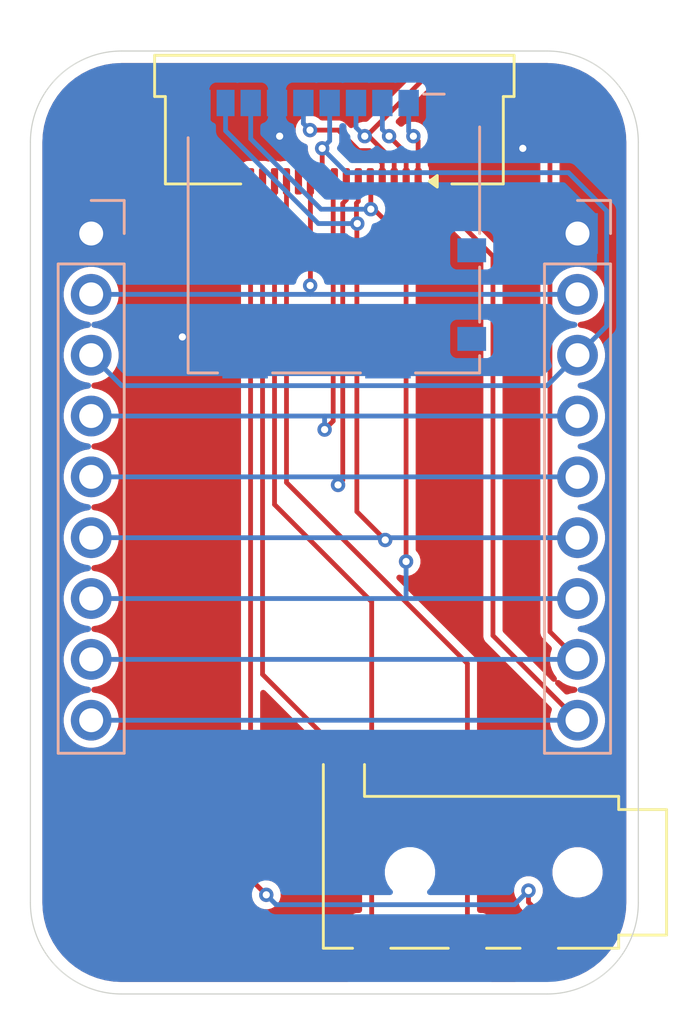
<source format=kicad_pcb>
(kicad_pcb (version 20241229) (generator "pcbnew") (generator_version "9.0")
  (layers (0 "F.Cu" signal) (2 "B.Cu" signal) (13 "F.Paste" user) (15 "B.Paste" user) (5 "F.SilkS" user "F.Silkscreen") (7 "B.SilkS" user "B.Silkscreen") (1 "F.Mask" user) (3 "B.Mask" user) (25 "Edge.Cuts" user))
  (net 0 "")
  (net 1 "SDC0_D1{slash}JTAG_TMS")
  (net 2 "SDC0_D3")
  (net 3 "GND")
  (net 4 "SDC0_D2{slash}JTAG_TCK")
  (net 5 "SDC0_CMD{slash}JTAG_TDO")
  (net 6 "SDC0_D0{slash}JTAG_TDI")
  (net 9 "SDC0_CLK")
  (net 10 "+3V3")
  (net 11 "HPR")
  (net 12 "HPCOM")
  (net 13 "HPL")
  (net 14 "MICIN")
  (net 15 "SCL")
  (net 16 "SDA")
  (net 17 "+5V")
  (footprint "Connector_Audio:Jack_3.5mm_KoreanHropartsElec_PJ-320D-4A_Horizontal" (layer "F.Cu") (at 71.45 67.31 180)
    (property "Reference" "J2" (hide yes))
    (property "Value" "TRRS")
    (fp_line (start 5.87 -3.17) (end 5.87 4.5) (stroke (width 0.12)) (layer "F.SilkS"))
    (fp_line (start 5.87 -3.17) (end 4.65 -3.17) (stroke (width 0.12)) (layer "F.SilkS"))
    (fp_line (start 4.150001 4.5) (end 4.150001 3.17) (stroke (width 0.12)) (layer "F.SilkS"))
    (fp_line (start 4.150001 3.17) (end -6.469999 3.17) (stroke (width 0.12)) (layer "F.SilkS"))
    (fp_line (start 0.65 -3.17) (end 3.05 -3.17) (stroke (width 0.12)) (layer "F.SilkS"))
    (fp_line (start -2.349999 -3.17) (end -0.95 -3.17) (stroke (width 0.12)) (layer "F.SilkS"))
    (fp_line (start -6.469999 3.17) (end -6.47 2.62) (stroke (width 0.12)) (layer "F.SilkS"))
    (fp_line (start -6.469999 -3.17) (end -3.95 -3.17) (stroke (width 0.12)) (layer "F.SilkS"))
    (fp_line (start -6.47 2.62) (end -8.47 2.62) (stroke (width 0.12)) (layer "F.SilkS"))
    (fp_line (start -6.47 -2.62) (end -6.469999 -3.17) (stroke (width 0.12)) (layer "F.SilkS"))
    (fp_line (start -8.47 2.62) (end -8.47 -2.62) (stroke (width 0.12)) (layer "F.SilkS"))
    (fp_line (start -8.47 -2.62) (end -6.47 -2.62) (stroke (width 0.12)) (layer "F.SilkS"))
    (pad "" np_thru_hole circle (at -4.75 0 180) (size 1.6 1.6) (drill 1.6) (layers "*.Cu" "*.Mask"))
    (pad "" np_thru_hole circle (at 2.25 0 180) (size 1.6 1.6) (drill 1.6) (layers "*.Cu" "*.Mask"))
    (pad "R1" smd rect (at -0.15 -3.25 180) (size 1.2 2.5) (layers "F.Cu" "F.Mask" "F.Paste") (net 11 "HPR"))
    (pad "R2" smd rect (at -3.149999 -3.25 180) (size 1.2 2.5) (layers "F.Cu" "F.Mask" "F.Paste") (net 14 "MICIN"))
    (pad "S" smd rect (at 4.950001 3.25 180) (size 1.2 2.5) (layers "F.Cu" "F.Mask" "F.Paste") (net 12 "HPCOM"))
    (pad "T" smd rect (at 3.85 -3.25 180) (size 1.2 2.5) (layers "F.Cu" "F.Mask" "F.Paste") (net 13 "HPL"))
  )
  (footprint "tuxkeychain:FFC_1x15_P0.5mm" (layer "F.Cu") (at 66.04 35.56 180)
    (property "Reference" "J3" (hide yes))
    (property "Value" "EXPANSION")
    (fp_line (start 7.51 2.36) (end -7.51 2.36) (stroke (width 0.12)) (layer "F.SilkS"))
    (fp_line (start 7.51 0.64) (end 7.51 2.36) (stroke (width 0.12)) (layer "F.SilkS"))
    (fp_line (start 7.06 0.64) (end 7.51 0.64) (stroke (width 0.12)) (layer "F.SilkS"))
    (fp_line (start 7.059999 -3.01) (end 7.06 0.64) (stroke (width 0.12)) (layer "F.SilkS"))
    (fp_line (start 3.91 -3.01) (end 7.059999 -3.01) (stroke (width 0.12)) (layer "F.SilkS"))
    (fp_line (start -7.059999 -3.01) (end -4.91 -3.01) (stroke (width 0.12)) (layer "F.SilkS"))
    (fp_line (start -7.06 0.64) (end -7.059999 -3.01) (stroke (width 0.12)) (layer "F.SilkS"))
    (fp_line (start -7.51 2.36) (end -7.51 0.64) (stroke (width 0.12)) (layer "F.SilkS"))
    (fp_line (start -7.51 0.64) (end -7.06 0.64) (stroke (width 0.12)) (layer "F.SilkS"))
    (fp_poly (pts (xy -3.97 -2.9) (xy -4.3 -2.66) (xy -4.3 -3.14)) (stroke (width 0.12)) (fill yes) (layer "F.SilkS"))
    (pad "1" smd roundrect (at -3.5 -2.9 180) (size 0.3 1.1) (layers "F.Cu" "F.Mask" "F.Paste") (net 4 "SDC0_D2{slash}JTAG_TCK"))
    (pad "2" smd roundrect (at -3 -2.9 180) (size 0.3 1.1) (layers "F.Cu" "F.Mask" "F.Paste") (net 2 "SDC0_D3"))
    (pad "3" smd roundrect (at -2.5 -2.9 180) (size 0.3 1.1) (layers "F.Cu" "F.Mask" "F.Paste") (net 5 "SDC0_CMD{slash}JTAG_TDO"))
    (pad "4" smd roundrect (at -2 -2.9 180) (size 0.3 1.1) (layers "F.Cu" "F.Mask" "F.Paste") (net 9 "SDC0_CLK"))
    (pad "5" smd roundrect (at -1.5 -2.9 180) (size 0.3 1.1) (layers "F.Cu" "F.Mask" "F.Paste") (net 6 "SDC0_D0{slash}JTAG_TDI"))
    (pad "6" smd roundrect (at -1 -2.9 180) (size 0.3 1.1) (layers "F.Cu" "F.Mask" "F.Paste") (net 1 "SDC0_D1{slash}JTAG_TMS"))
    (pad "7" smd roundrect (at -0.5 -2.9 180) (size 0.3 1.1) (layers "F.Cu" "F.Mask" "F.Paste") (net 16 "SDA"))
    (pad "8" smd roundrect (at 0 -2.9 180) (size 0.3 1.1) (layers "F.Cu" "F.Mask" "F.Paste") (net 15 "SCL"))
    (pad "9" smd roundrect (at 0.5 -2.9 180) (size 0.3 1.1) (layers "F.Cu" "F.Mask" "F.Paste") (net 10 "+3V3"))
    (pad "10" smd roundrect (at 1 -2.9 180) (size 0.3 1.1) (layers "F.Cu" "F.Mask" "F.Paste") (net 17 "+5V"))
    (pad "11" smd roundrect (at 1.5 -2.9 180) (size 0.3 1.1) (layers "F.Cu" "F.Mask" "F.Paste") (net 3 "GND"))
    (pad "12" smd roundrect (at 2 -2.9 180) (size 0.3 1.1) (layers "F.Cu" "F.Mask" "F.Paste") (net 11 "HPR"))
    (pad "13" smd roundrect (at 2.5 -2.9 180) (size 0.3 1.1) (layers "F.Cu" "F.Mask" "F.Paste") (net 13 "HPL"))
    (pad "14" smd roundrect (at 3 -2.9 180) (size 0.3 1.1) (layers "F.Cu" "F.Mask" "F.Paste") (net 12 "HPCOM"))
    (pad "15" smd roundrect (at 3.5 -2.9 180) (size 0.3 1.1) (layers "F.Cu" "F.Mask" "F.Paste") (net 14 "MICIN"))
    (pad "MP" smd rect (at -5.2 -0.7 270) (size 3.3 2.2) (layers "F.Cu" "F.Mask" "F.Paste") (net 3 "GND"))
    (pad "MP" smd rect (at 5.1 -0.7 270) (size 3.3 2.2) (layers "F.Cu" "F.Mask" "F.Paste") (net 3 "GND"))
  )
  (footprint "Connector_Card:microSD_HC_Molex_104031-0811" (layer "B.Cu") (at 66.04 40.64 180)
    (property "Reference" "J1" (hide yes))
    (property "Value" "Micro_SD_Card_Det2")
    (fp_line (start 6.11 -5.82) (end 6.11 4.000001) (stroke (width 0.12)) (layer "B.SilkS"))
    (fp_line (start 4.880001 -5.82) (end 6.11 -5.82) (stroke (width 0.12)) (layer "B.SilkS"))
    (fp_line (start -1.09 -5.82) (end 2.58 -5.82) (stroke (width 0.12)) (layer "B.SilkS"))
    (fp_line (start -4.590001 5.82) (end -3.73 5.82) (stroke (width 0.12)) (layer "B.SilkS"))
    (fp_line (start -6.07 4.45) (end -6.07 0) (stroke (width 0.12)) (layer "B.SilkS"))
    (fp_line (start -6.07 -1.4) (end -6.07 -3.7) (stroke (width 0.12)) (layer "B.SilkS"))
    (fp_line (start -6.07 -5.1) (end -6.07 -5.82) (stroke (width 0.12)) (layer "B.SilkS"))
    (fp_line (start -6.07 -5.82) (end -3.39 -5.819999) (stroke (width 0.12)) (layer "B.SilkS"))
    (pad "1" smd rect (at -3.105001 5.45 180) (size 0.85 1.1) (layers "B.Cu" "B.Mask" "B.Paste") (net 4 "SDC0_D2{slash}JTAG_TCK"))
    (pad "2" smd rect (at -2.005 5.45 180) (size 0.85 1.1) (layers "B.Cu" "B.Mask" "B.Paste") (net 2 "SDC0_D3"))
    (pad "3" smd rect (at -0.905001 5.45 180) (size 0.85 1.1) (layers "B.Cu" "B.Mask" "B.Paste") (net 5 "SDC0_CMD{slash}JTAG_TDO"))
    (pad "4" smd rect (at 0.195 5.45 180) (size 0.85 1.1) (layers "B.Cu" "B.Mask" "B.Paste") (net 10 "+3V3"))
    (pad "5" smd rect (at 1.295 5.45 180) (size 0.85 1.1) (layers "B.Cu" "B.Mask" "B.Paste") (net 9 "SDC0_CLK"))
    (pad "6" smd rect (at 2.395 5.45 180) (size 0.85 1.1) (layers "B.Cu" "B.Mask" "B.Paste") (net 3 "GND"))
    (pad "7" smd rect (at 3.495 5.45 180) (size 0.85 1.1) (layers "B.Cu" "B.Mask" "B.Paste") (net 6 "SDC0_D0{slash}JTAG_TDI"))
    (pad "8" smd rect (at 4.545 5.45 180) (size 0.75 1.1) (layers "B.Cu" "B.Mask" "B.Paste") (net 1 "SDC0_D1{slash}JTAG_TMS"))
    (pad "9" smd rect (at -5.74 -0.7 180) (size 1.2 1) (layers "B.Cu" "B.Mask" "B.Paste"))
    (pad "10" smd rect (at -5.74 -4.4 180) (size 1.2 1) (layers "B.Cu" "B.Mask" "B.Paste"))
    (pad "11" smd rect (at -5.565 5.325 180) (size 1.55 1.35) (layers "B.Cu" "B.Mask" "B.Paste") (net 3 "GND"))
    (pad "11" smd rect (at -2.24 -5.375 180) (size 1.9 1.35) (layers "B.Cu" "B.Mask" "B.Paste") (net 3 "GND"))
    (pad "11" smd rect (at 3.73 -5.375 180) (size 1.9 1.35) (layers "B.Cu" "B.Mask" "B.Paste") (net 3 "GND"))
    (pad "11" smd rect (at 5.755 5.1 180) (size 1.17 1.8) (layers "B.Cu" "B.Mask" "B.Paste") (net 3 "GND"))
  )
  (footprint "Connector_PinHeader_2.54mm:PinHeader_1x09_P2.54mm_Vertical" (layer "B.Cu") (at 76.2 40.64 180)
    (property "Reference" "J5" (hide yes))
    (property "Value" "L")
    (fp_line (start 1.38 -1.27) (end 1.38 -21.7) (stroke (width 0.12)) (layer "B.SilkS"))
    (fp_line (start -1.38 1.38) (end 0 1.38) (stroke (width 0.12)) (layer "B.SilkS"))
    (fp_line (start -1.38 0) (end -1.38 1.38) (stroke (width 0.12)) (layer "B.SilkS"))
    (fp_line (start -1.38 -1.27) (end 1.38 -1.27) (stroke (width 0.12)) (layer "B.SilkS"))
    (fp_line (start -1.38 -1.27) (end -1.38 -21.7) (stroke (width 0.12)) (layer "B.SilkS"))
    (fp_line (start -1.38 -21.7) (end 1.38 -21.7) (stroke (width 0.12)) (layer "B.SilkS"))
    (pad "1" thru_hole rect (at 0 0 180) (size 1.7 1.7) (drill 1) (layers "*.Cu" "*.Mask") (net 3 "GND"))
    (pad "2" thru_hole circle (at 0 -2.54 180) (size 1.7 1.7) (drill 1) (layers "*.Cu" "*.Mask") (net 17 "+5V"))
    (pad "3" thru_hole circle (at 0 -5.08 180) (size 1.7 1.7) (drill 1) (layers "*.Cu" "*.Mask") (net 10 "+3V3"))
    (pad "4" thru_hole circle (at 0 -7.62 180) (size 1.7 1.7) (drill 1) (layers "*.Cu" "*.Mask") (net 15 "SCL"))
    (pad "5" thru_hole circle (at 0 -10.16 180) (size 1.7 1.7) (drill 1) (layers "*.Cu" "*.Mask") (net 16 "SDA"))
    (pad "6" thru_hole circle (at 0 -12.7 180) (size 1.7 1.7) (drill 1) (layers "*.Cu" "*.Mask") (net 1 "SDC0_D1{slash}JTAG_TMS"))
    (pad "7" thru_hole circle (at 0 -15.24 180) (size 1.7 1.7) (drill 1) (layers "*.Cu" "*.Mask") (net 6 "SDC0_D0{slash}JTAG_TDI"))
    (pad "8" thru_hole circle (at 0 -17.78 180) (size 1.7 1.7) (drill 1) (layers "*.Cu" "*.Mask") (net 5 "SDC0_CMD{slash}JTAG_TDO"))
    (pad "9" thru_hole circle (at 0 -20.32 180) (size 1.7 1.7) (drill 1) (layers "*.Cu" "*.Mask") (net 4 "SDC0_D2{slash}JTAG_TCK"))
  )
  (footprint "Connector_PinHeader_2.54mm:PinHeader_1x09_P2.54mm_Vertical" (layer "B.Cu") (at 55.88 40.64 180)
    (property "Reference" "J4" (hide yes))
    (property "Value" "R")
    (fp_line (start 1.38 -1.27) (end 1.38 -21.7) (stroke (width 0.12)) (layer "B.SilkS"))
    (fp_line (start -1.38 1.38) (end 0 1.38) (stroke (width 0.12)) (layer "B.SilkS"))
    (fp_line (start -1.38 0) (end -1.38 1.38) (stroke (width 0.12)) (layer "B.SilkS"))
    (fp_line (start -1.38 -1.27) (end 1.38 -1.27) (stroke (width 0.12)) (layer "B.SilkS"))
    (fp_line (start -1.38 -1.27) (end -1.38 -21.7) (stroke (width 0.12)) (layer "B.SilkS"))
    (fp_line (start -1.38 -21.7) (end 1.38 -21.7) (stroke (width 0.12)) (layer "B.SilkS"))
    (pad "1" thru_hole rect (at 0 0 180) (size 1.7 1.7) (drill 1) (layers "*.Cu" "*.Mask") (net 3 "GND"))
    (pad "2" thru_hole circle (at 0 -2.54 180) (size 1.7 1.7) (drill 1) (layers "*.Cu" "*.Mask") (net 17 "+5V"))
    (pad "3" thru_hole circle (at 0 -5.08 180) (size 1.7 1.7) (drill 1) (layers "*.Cu" "*.Mask") (net 10 "+3V3"))
    (pad "4" thru_hole circle (at 0 -7.62 180) (size 1.7 1.7) (drill 1) (layers "*.Cu" "*.Mask") (net 15 "SCL"))
    (pad "5" thru_hole circle (at 0 -10.16 180) (size 1.7 1.7) (drill 1) (layers "*.Cu" "*.Mask") (net 16 "SDA"))
    (pad "6" thru_hole circle (at 0 -12.7 180) (size 1.7 1.7) (drill 1) (layers "*.Cu" "*.Mask") (net 1 "SDC0_D1{slash}JTAG_TMS"))
    (pad "7" thru_hole circle (at 0 -15.24 180) (size 1.7 1.7) (drill 1) (layers "*.Cu" "*.Mask") (net 6 "SDC0_D0{slash}JTAG_TDI"))
    (pad "8" thru_hole circle (at 0 -17.78 180) (size 1.7 1.7) (drill 1) (layers "*.Cu" "*.Mask") (net 5 "SDC0_CMD{slash}JTAG_TDO"))
    (pad "9" thru_hole circle (at 0 -20.32 180) (size 1.7 1.7) (drill 1) (layers "*.Cu" "*.Mask") (net 4 "SDC0_D2{slash}JTAG_TCK"))
  )
  (gr_arc (start 78.74 68.58) (mid 77.624077 71.274077) (end 74.93 72.39) (stroke (width 0.05)) (layer "Edge.Cuts"))
  (gr_line (start 53.34 68.58) (end 53.34 36.83) (stroke (width 0.05)) (layer "Edge.Cuts"))
  (gr_line (start 74.93 72.39) (end 57.15 72.39) (stroke (width 0.05)) (layer "Edge.Cuts"))
  (gr_arc (start 53.34 36.83) (mid 54.455923 34.135923) (end 57.15 33.02) (stroke (width 0.05)) (layer "Edge.Cuts"))
  (gr_line (start 78.74 36.83) (end 78.74 68.58) (stroke (width 0.05)) (layer "Edge.Cuts"))
  (gr_line (start 74.93 33.02) (end 57.15 33.02) (stroke (width 0.05)) (layer "Edge.Cuts"))
  (gr_arc (start 57.15 72.39) (mid 54.455923 71.274077) (end 53.34 68.58) (stroke (width 0.05)) (layer "Edge.Cuts"))
  (gr_arc (start 74.93 33.02) (mid 77.624077 34.135923) (end 78.74 36.83) (stroke (width 0.05)) (layer "Edge.Cuts"))
  (segment (start 66.9807 40.2064) (end 66.9807 52.2502) (width 0.2) (layer "F.Cu") (net 1))
  (segment (start 66.963 40.1887) (end 66.963 39.3751) (width 0.2) (layer "F.Cu") (net 1))
  (segment (start 67.04 39.2981) (end 67.04 38.46) (width 0.2) (layer "F.Cu") (net 1))
  (segment (start 66.9807 52.2502) (end 68.1655 53.435) (width 0.2) (layer "F.Cu") (net 1))
  (segment (start 66.963 39.3751) (end 67.04 39.2981) (width 0.2) (layer "F.Cu") (net 1))
  (segment (start 66.9807 40.2064) (end 66.963 40.1887) (width 0.2) (layer "F.Cu") (net 1))
  (segment (start 66.9983 40.224) (end 66.9807 40.2064) (width 0.2) (layer "F.Cu") (net 1))
  (via (at 68.1655 53.435) (size 0.6) (drill 0.3) (layers "F.Cu" "B.Cu") (net 1))
  (via (at 66.9983 40.224) (size 0.6) (drill 0.3) (layers "F.Cu" "B.Cu") (net 1))
  (segment (start 61.495 36.349) (end 65.37 40.224) (width 0.2) (layer "B.Cu") (net 1))
  (segment (start 61.495 35.19) (end 61.495 36.349) (width 0.2) (layer "B.Cu") (net 1))
  (segment (start 68.1655 53.34) (end 76.2 53.34) (width 0.2) (layer "B.Cu") (net 1))
  (segment (start 68.1655 53.435) (end 68.1655 53.34) (width 0.2) (layer "B.Cu") (net 1))
  (segment (start 65.37 40.224) (end 66.9983 40.224) (width 0.2) (layer "B.Cu") (net 1))
  (segment (start 55.88 53.34) (end 68.1655 53.34) (width 0.2) (layer "B.Cu") (net 1))
  (segment (start 69.04 37.29) (end 69.04 38.46) (width 0.2) (layer "F.Cu") (net 2))
  (segment (start 68.326 36.576) (end 69.04 37.29) (width 0.2) (layer "F.Cu") (net 2))
  (via (at 68.326 36.576) (size 0.6) (drill 0.3) (layers "F.Cu" "B.Cu") (net 2))
  (segment (start 68.045 36.295) (end 68.326 36.576) (width 0.2) (layer "B.Cu") (net 2))
  (segment (start 68.045 35.19) (end 68.045 36.295) (width 0.2) (layer "B.Cu") (net 2))
  (segment (start 64.54 38.46) (end 64.54 37.362) (width 0.2) (layer "F.Cu") (net 3))
  (segment (start 64.54 37.362) (end 63.754 36.576) (width 0.2) (layer "F.Cu") (net 3))
  (via (at 63.754 36.576) (size 0.6) (drill 0.3) (layers "F.Cu" "B.Cu") (net 3))
  (via (at 73.914 37.084) (size 0.6) (drill 0.3) (layers "F.Cu" "B.Cu") (net 3))
  (via (at 59.69 44.958) (size 0.6) (drill 0.3) (layers "F.Cu" "B.Cu") (net 3))
  (segment (start 76.2 60.96) (end 72.6667 57.4267) (width 0.2) (layer "F.Cu") (net 4))
  (segment (start 72.6667 41.5867) (end 69.54 38.46) (width 0.2) (layer "F.Cu") (net 4))
  (segment (start 69.54 36.774) (end 69.54 38.46) (width 0.2) (layer "F.Cu") (net 4))
  (segment (start 69.342 36.576) (end 69.54 36.774) (width 0.2) (layer "F.Cu") (net 4))
  (segment (start 72.6667 57.4267) (end 72.6667 41.5867) (width 0.2) (layer "F.Cu") (net 4))
  (via (at 69.342 36.576) (size 0.6) (drill 0.3) (layers "F.Cu" "B.Cu") (net 4))
  (segment (start 69.145 35.19) (end 69.145 36.379) (width 0.2) (layer "B.Cu") (net 4))
  (segment (start 76.2 60.96) (end 55.88 60.96) (width 0.2) (layer "B.Cu") (net 4))
  (segment (start 69.145 36.379) (end 69.342 36.576) (width 0.2) (layer "B.Cu") (net 4))
  (segment (start 75.0483 36.8731) (end 72.4262 34.251) (width 0.2) (layer "F.Cu") (net 5))
  (segment (start 75.0483 57.2683) (end 75.0483 36.8731) (width 0.2) (layer "F.Cu") (net 5))
  (segment (start 68.54 37.6399) (end 68.54 38.46) (width 0.2) (layer "F.Cu") (net 5))
  (segment (start 72.4262 34.251) (end 69.7038 34.251) (width 0.2) (layer "F.Cu") (net 5))
  (segment (start 67.31 36.576) (end 67.4761 36.576) (width 0.2) (layer "F.Cu") (net 5))
  (segment (start 69.7038 34.251) (end 67.4761 36.4787) (width 0.2) (layer "F.Cu") (net 5))
  (segment (start 67.4761 36.576) (end 68.54 37.6399) (width 0.2) (layer "F.Cu") (net 5))
  (segment (start 76.2 58.42) (end 75.0483 57.2683) (width 0.2) (layer "F.Cu") (net 5))
  (segment (start 67.4761 36.4787) (end 67.4761 36.576) (width 0.2) (layer "F.Cu") (net 5))
  (via (at 67.31 36.576) (size 0.6) (drill 0.3) (layers "F.Cu" "B.Cu") (net 5))
  (segment (start 66.945 36.211) (end 67.31 36.576) (width 0.2) (layer "B.Cu") (net 5))
  (segment (start 66.945 35.19) (end 66.945 36.211) (width 0.2) (layer "B.Cu") (net 5))
  (segment (start 55.88 58.42) (end 76.2 58.42) (width 0.2) (layer "B.Cu") (net 5))
  (segment (start 67.564 39.4955) (end 67.564 38.484) (width 0.2) (layer "F.Cu") (net 6))
  (segment (start 67.564 38.484) (end 67.54 38.46) (width 0.2) (layer "F.Cu") (net 6))
  (segment (start 69.0366 40.9681) (end 69.0366 54.3337) (width 0.2) (layer "F.Cu") (net 6))
  (segment (start 67.564 39.4955) (end 69.0366 40.9681) (width 0.2) (layer "F.Cu") (net 6))
  (segment (start 67.564 39.624) (end 67.564 39.4955) (width 0.2) (layer "F.Cu") (net 6))
  (via (at 67.564 39.624) (size 0.6) (drill 0.3) (layers "F.Cu" "B.Cu") (net 6))
  (via (at 69.0366 54.3337) (size 0.6) (drill 0.3) (layers "F.Cu" "B.Cu") (net 6))
  (segment (start 62.545 35.19) (end 62.545 36.6854) (width 0.2) (layer "B.Cu") (net 6))
  (segment (start 69.0366 54.3337) (end 69.0366 55.88) (width 0.2) (layer "B.Cu") (net 6))
  (segment (start 65.4836 39.624) (end 67.564 39.624) (width 0.2) (layer "B.Cu") (net 6))
  (segment (start 69.0366 55.88) (end 55.88 55.88) (width 0.2) (layer "B.Cu") (net 6))
  (segment (start 76.2 55.88) (end 69.0366 55.88) (width 0.2) (layer "B.Cu") (net 6))
  (segment (start 62.545 36.6854) (end 65.4836 39.624) (width 0.2) (layer "B.Cu") (net 6))
  (segment (start 67.51 37.177) (end 67.0611 37.177) (width 0.2) (layer "F.Cu") (net 9))
  (segment (start 68.04 38.46) (end 68.04 37.707) (width 0.2) (layer "F.Cu") (net 9))
  (segment (start 66.2061 36.322) (end 65.024 36.322) (width 0.2) (layer "F.Cu") (net 9))
  (segment (start 67.0611 37.177) (end 66.2061 36.322) (width 0.2) (layer "F.Cu") (net 9))
  (segment (start 68.04 37.707) (end 67.51 37.177) (width 0.2) (layer "F.Cu") (net 9))
  (via (at 65.024 36.322) (size 0.6) (drill 0.3) (layers "F.Cu" "B.Cu") (net 9))
  (segment (start 64.745 35.19) (end 64.745 36.043) (width 0.2) (layer "B.Cu") (net 9))
  (segment (start 64.745 36.043) (end 65.024 36.322) (width 0.2) (layer "B.Cu") (net 9))
  (segment (start 65.532 38.452) (end 65.54 38.46) (width 0.2) (layer "F.Cu") (net 10))
  (segment (start 65.532 37.084) (end 65.532 38.452) (width 0.2) (layer "F.Cu") (net 10))
  (via (at 65.532 37.084) (size 0.6) (drill 0.3) (layers "F.Cu" "B.Cu") (net 10))
  (segment (start 65.845 35.19) (end 65.845 36.771) (width 0.2) (layer "B.Cu") (net 10))
  (segment (start 57.1517 46.9917) (end 55.88 45.72) (width 0.2) (layer "B.Cu") (net 10))
  (segment (start 66.5465 38.0985) (end 75.8231 38.0985) (width 0.2) (layer "B.Cu") (net 10))
  (segment (start 65.845 36.771) (end 65.532 37.084) (width 0.2) (layer "B.Cu") (net 10))
  (segment (start 65.532 37.084) (end 66.5465 38.0985) (width 0.2) (layer "B.Cu") (net 10))
  (segment (start 75.8231 38.0985) (end 77.4161 39.6915) (width 0.2) (layer "B.Cu") (net 10))
  (segment (start 76.2 45.72) (end 74.9283 46.9917) (width 0.2) (layer "B.Cu") (net 10))
  (segment (start 77.4161 39.6915) (end 77.4161 44.5039) (width 0.2) (layer "B.Cu") (net 10))
  (segment (start 77.4161 44.5039) (end 76.2 45.72) (width 0.2) (layer "B.Cu") (net 10))
  (segment (start 74.9283 46.9917) (end 57.1517 46.9917) (width 0.2) (layer "B.Cu") (net 10))
  (segment (start 71.6 58.5954) (end 64.04 51.0354) (width 0.2) (layer "F.Cu") (net 11))
  (segment (start 64.04 51.0354) (end 64.04 38.46) (width 0.2) (layer "F.Cu") (net 11))
  (segment (start 71.6 70.56) (end 71.6 58.5954) (width 0.2) (layer "F.Cu") (net 11))
  (segment (start 66.5 64.06) (end 66.5 62.5083) (width 0.2) (layer "F.Cu") (net 12))
  (segment (start 63.04 59.0483) (end 66.5 62.5083) (width 0.2) (layer "F.Cu") (net 12))
  (segment (start 63.04 38.46) (end 63.04 59.0483) (width 0.2) (layer "F.Cu") (net 12))
  (segment (start 67.6 70.56) (end 67.6 56.0138) (width 0.2) (layer "F.Cu") (net 13))
  (segment (start 67.6 56.0138) (end 63.54 51.9538) (width 0.2) (layer "F.Cu") (net 13))
  (segment (start 63.54 51.9538) (end 63.54 38.46) (width 0.2) (layer "F.Cu") (net 13))
  (segment (start 74.1508 68.0735) (end 74.1508 68.5591) (width 0.2) (layer "F.Cu") (net 14))
  (segment (start 62.54 38.46) (end 62.54 67.5944) (width 0.2) (layer "F.Cu") (net 14))
  (segment (start 74.6 70.56) (end 74.6 69.0083) (width 0.2) (layer "F.Cu") (net 14))
  (segment (start 62.54 67.5944) (end 63.1958 68.2502) (width 0.2) (layer "F.Cu") (net 14))
  (segment (start 74.1508 68.5591) (end 74.6 69.0083) (width 0.2) (layer "F.Cu") (net 14))
  (via (at 63.1958 68.2502) (size 0.6) (drill 0.3) (layers "F.Cu" "B.Cu") (net 14))
  (via (at 74.1508 68.0735) (size 0.6) (drill 0.3) (layers "F.Cu" "B.Cu") (net 14))
  (segment (start 63.6073 68.6617) (end 73.5626 68.6617) (width 0.2) (layer "B.Cu") (net 14))
  (segment (start 63.1958 68.2502) (end 63.6073 68.6617) (width 0.2) (layer "B.Cu") (net 14))
  (segment (start 73.5626 68.6617) (end 74.1508 68.0735) (width 0.2) (layer "B.Cu") (net 14))
  (segment (start 65.9906 48.4682) (end 65.6329 48.8259) (width 0.2) (layer "F.Cu") (net 15))
  (segment (start 65.9906 38.5094) (end 65.9906 48.4682) (width 0.2) (layer "F.Cu") (net 15))
  (segment (start 66.04 38.46) (end 65.9906 38.5094) (width 0.2) (layer "F.Cu") (net 15))
  (via (at 65.6329 48.8259) (size 0.6) (drill 0.3) (layers "F.Cu" "B.Cu") (net 15))
  (segment (start 65.6329 48.8259) (end 65.6329 48.26) (width 0.2) (layer "B.Cu") (net 15))
  (segment (start 65.6329 48.26) (end 55.88 48.26) (width 0.2) (layer "B.Cu") (net 15))
  (segment (start 76.2 48.26) (end 65.6329 48.26) (width 0.2) (layer "B.Cu") (net 15))
  (segment (start 66.3916 39.3806) (end 66.54 39.2322) (width 0.2) (layer "F.Cu") (net 16))
  (segment (start 66.3916 50.9399) (end 66.3916 39.3806) (width 0.2) (layer "F.Cu") (net 16))
  (segment (start 66.1943 51.1372) (end 66.3916 50.9399) (width 0.2) (layer "F.Cu") (net 16))
  (segment (start 66.54 39.2322) (end 66.54 38.46) (width 0.2) (layer "F.Cu") (net 16))
  (via (at 66.1943 51.1372) (size 0.6) (drill 0.3) (layers "F.Cu" "B.Cu") (net 16))
  (segment (start 66.1943 50.8) (end 66.1943 51.1372) (width 0.2) (layer "B.Cu") (net 16))
  (segment (start 66.1943 50.8) (end 76.2 50.8) (width 0.2) (layer "B.Cu") (net 16))
  (segment (start 55.88 50.8) (end 66.1943 50.8) (width 0.2) (layer "B.Cu") (net 16))
  (segment (start 65.029 42.8117) (end 65.04 42.8007) (width 0.2) (layer "F.Cu") (net 17))
  (segment (start 65.04 42.8007) (end 65.04 38.46) (width 0.2) (layer "F.Cu") (net 17))
  (via (at 65.029 42.8117) (size 0.6) (drill 0.3) (layers "F.Cu" "B.Cu") (net 17))
  (segment (start 65.029 43.18) (end 76.2 43.18) (width 0.2) (layer "B.Cu") (net 17))
  (segment (start 55.88 43.18) (end 65.029 43.18) (width 0.2) (layer "B.Cu") (net 17))
  (segment (start 65.029 43.18) (end 65.029 42.8117) (width 0.2) (layer "B.Cu") (net 17))
  (zone (net 3) (net_name "GND") (layers "F.Cu" "B.Cu") (name "guhnd") (connect_pads yes (clearance 0.3)) (min_thickness 0.25) (fill yes (thermal_gap 0.5) (thermal_bridge_width 0.5))
    (polygon (pts (xy 80.01 31.75) (xy 52.07 31.75) (xy 52.07 73.66) (xy 80.01 73.66)))
  )
)
</source>
